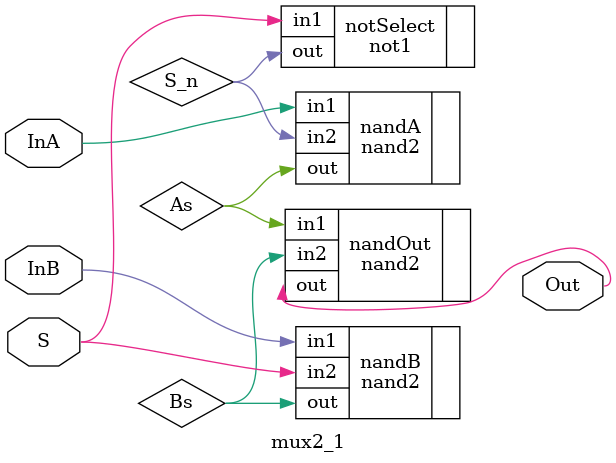
<source format=v>
/*
    CS/ECE 552 Spring '19
    Homework #3, Problem 1

    2-1 mux template
*/
module mux2_1(InA, InB, S, Out);
    input   InA, InB;
    input   S;
    output  Out;

    wire S_n, As, Bs;

    not1 notSelect(.in1(S), .out(S_n));
    nand2 nandA(.in1(InA), .in2(S_n), .out(As));
    nand2 nandB(.in1(InB), .in2(S), .out(Bs));
    nand2 nandOut(.in1(As), .in2(Bs), .out(Out));
    
endmodule

</source>
